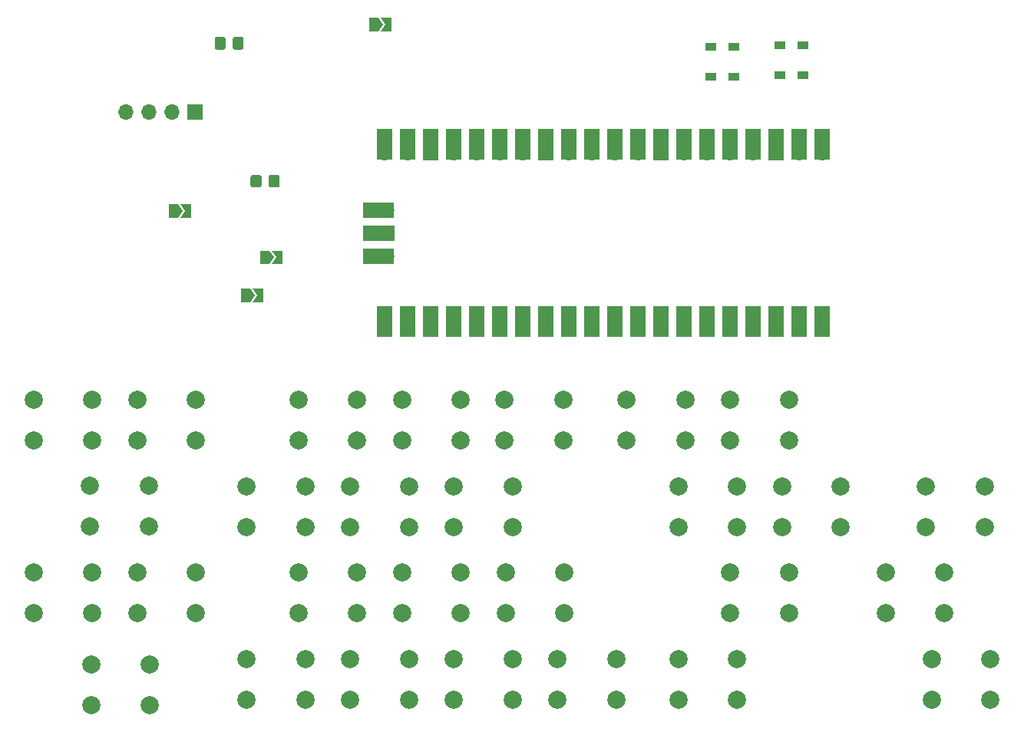
<source format=gbr>
G04 #@! TF.GenerationSoftware,KiCad,Pcbnew,5.1.5+dfsg1-2build2*
G04 #@! TF.CreationDate,2023-12-23T23:04:05+00:00*
G04 #@! TF.ProjectId,small_esc,736d616c-6c5f-4657-9363-2e6b69636164,rev?*
G04 #@! TF.SameCoordinates,Original*
G04 #@! TF.FileFunction,Copper,L1,Top*
G04 #@! TF.FilePolarity,Positive*
%FSLAX46Y46*%
G04 Gerber Fmt 4.6, Leading zero omitted, Abs format (unit mm)*
G04 Created by KiCad (PCBNEW 5.1.5+dfsg1-2build2) date 2023-12-23 23:04:05*
%MOMM*%
%LPD*%
G04 APERTURE LIST*
%ADD10C,0.100000*%
%ADD11C,2.000000*%
%ADD12O,1.700000X1.700000*%
%ADD13R,3.500000X1.700000*%
%ADD14R,1.700000X1.700000*%
%ADD15R,1.700000X3.500000*%
%ADD16R,1.200000X0.900000*%
G04 APERTURE END LIST*
G04 #@! TA.AperFunction,SMDPad,CuDef*
D10*
G36*
X136144505Y-144071204D02*
G01*
X136168773Y-144074804D01*
X136192572Y-144080765D01*
X136215671Y-144089030D01*
X136237850Y-144099520D01*
X136258893Y-144112132D01*
X136278599Y-144126747D01*
X136296777Y-144143223D01*
X136313253Y-144161401D01*
X136327868Y-144181107D01*
X136340480Y-144202150D01*
X136350970Y-144224329D01*
X136359235Y-144247428D01*
X136365196Y-144271227D01*
X136368796Y-144295495D01*
X136370000Y-144319999D01*
X136370000Y-145220001D01*
X136368796Y-145244505D01*
X136365196Y-145268773D01*
X136359235Y-145292572D01*
X136350970Y-145315671D01*
X136340480Y-145337850D01*
X136327868Y-145358893D01*
X136313253Y-145378599D01*
X136296777Y-145396777D01*
X136278599Y-145413253D01*
X136258893Y-145427868D01*
X136237850Y-145440480D01*
X136215671Y-145450970D01*
X136192572Y-145459235D01*
X136168773Y-145465196D01*
X136144505Y-145468796D01*
X136120001Y-145470000D01*
X135419999Y-145470000D01*
X135395495Y-145468796D01*
X135371227Y-145465196D01*
X135347428Y-145459235D01*
X135324329Y-145450970D01*
X135302150Y-145440480D01*
X135281107Y-145427868D01*
X135261401Y-145413253D01*
X135243223Y-145396777D01*
X135226747Y-145378599D01*
X135212132Y-145358893D01*
X135199520Y-145337850D01*
X135189030Y-145315671D01*
X135180765Y-145292572D01*
X135174804Y-145268773D01*
X135171204Y-145244505D01*
X135170000Y-145220001D01*
X135170000Y-144319999D01*
X135171204Y-144295495D01*
X135174804Y-144271227D01*
X135180765Y-144247428D01*
X135189030Y-144224329D01*
X135199520Y-144202150D01*
X135212132Y-144181107D01*
X135226747Y-144161401D01*
X135243223Y-144143223D01*
X135261401Y-144126747D01*
X135281107Y-144112132D01*
X135302150Y-144099520D01*
X135324329Y-144089030D01*
X135347428Y-144080765D01*
X135371227Y-144074804D01*
X135395495Y-144071204D01*
X135419999Y-144070000D01*
X136120001Y-144070000D01*
X136144505Y-144071204D01*
G37*
G04 #@! TD.AperFunction*
G04 #@! TA.AperFunction,SMDPad,CuDef*
G36*
X134144505Y-144071204D02*
G01*
X134168773Y-144074804D01*
X134192572Y-144080765D01*
X134215671Y-144089030D01*
X134237850Y-144099520D01*
X134258893Y-144112132D01*
X134278599Y-144126747D01*
X134296777Y-144143223D01*
X134313253Y-144161401D01*
X134327868Y-144181107D01*
X134340480Y-144202150D01*
X134350970Y-144224329D01*
X134359235Y-144247428D01*
X134365196Y-144271227D01*
X134368796Y-144295495D01*
X134370000Y-144319999D01*
X134370000Y-145220001D01*
X134368796Y-145244505D01*
X134365196Y-145268773D01*
X134359235Y-145292572D01*
X134350970Y-145315671D01*
X134340480Y-145337850D01*
X134327868Y-145358893D01*
X134313253Y-145378599D01*
X134296777Y-145396777D01*
X134278599Y-145413253D01*
X134258893Y-145427868D01*
X134237850Y-145440480D01*
X134215671Y-145450970D01*
X134192572Y-145459235D01*
X134168773Y-145465196D01*
X134144505Y-145468796D01*
X134120001Y-145470000D01*
X133419999Y-145470000D01*
X133395495Y-145468796D01*
X133371227Y-145465196D01*
X133347428Y-145459235D01*
X133324329Y-145450970D01*
X133302150Y-145440480D01*
X133281107Y-145427868D01*
X133261401Y-145413253D01*
X133243223Y-145396777D01*
X133226747Y-145378599D01*
X133212132Y-145358893D01*
X133199520Y-145337850D01*
X133189030Y-145315671D01*
X133180765Y-145292572D01*
X133174804Y-145268773D01*
X133171204Y-145244505D01*
X133170000Y-145220001D01*
X133170000Y-144319999D01*
X133171204Y-144295495D01*
X133174804Y-144271227D01*
X133180765Y-144247428D01*
X133189030Y-144224329D01*
X133199520Y-144202150D01*
X133212132Y-144181107D01*
X133226747Y-144161401D01*
X133243223Y-144143223D01*
X133261401Y-144126747D01*
X133281107Y-144112132D01*
X133302150Y-144099520D01*
X133324329Y-144089030D01*
X133347428Y-144080765D01*
X133371227Y-144074804D01*
X133395495Y-144071204D01*
X133419999Y-144070000D01*
X134120001Y-144070000D01*
X134144505Y-144071204D01*
G37*
G04 #@! TD.AperFunction*
G04 #@! TA.AperFunction,SMDPad,CuDef*
G36*
X132184505Y-128841204D02*
G01*
X132208773Y-128844804D01*
X132232572Y-128850765D01*
X132255671Y-128859030D01*
X132277850Y-128869520D01*
X132298893Y-128882132D01*
X132318599Y-128896747D01*
X132336777Y-128913223D01*
X132353253Y-128931401D01*
X132367868Y-128951107D01*
X132380480Y-128972150D01*
X132390970Y-128994329D01*
X132399235Y-129017428D01*
X132405196Y-129041227D01*
X132408796Y-129065495D01*
X132410000Y-129089999D01*
X132410000Y-129990001D01*
X132408796Y-130014505D01*
X132405196Y-130038773D01*
X132399235Y-130062572D01*
X132390970Y-130085671D01*
X132380480Y-130107850D01*
X132367868Y-130128893D01*
X132353253Y-130148599D01*
X132336777Y-130166777D01*
X132318599Y-130183253D01*
X132298893Y-130197868D01*
X132277850Y-130210480D01*
X132255671Y-130220970D01*
X132232572Y-130229235D01*
X132208773Y-130235196D01*
X132184505Y-130238796D01*
X132160001Y-130240000D01*
X131459999Y-130240000D01*
X131435495Y-130238796D01*
X131411227Y-130235196D01*
X131387428Y-130229235D01*
X131364329Y-130220970D01*
X131342150Y-130210480D01*
X131321107Y-130197868D01*
X131301401Y-130183253D01*
X131283223Y-130166777D01*
X131266747Y-130148599D01*
X131252132Y-130128893D01*
X131239520Y-130107850D01*
X131229030Y-130085671D01*
X131220765Y-130062572D01*
X131214804Y-130038773D01*
X131211204Y-130014505D01*
X131210000Y-129990001D01*
X131210000Y-129089999D01*
X131211204Y-129065495D01*
X131214804Y-129041227D01*
X131220765Y-129017428D01*
X131229030Y-128994329D01*
X131239520Y-128972150D01*
X131252132Y-128951107D01*
X131266747Y-128931401D01*
X131283223Y-128913223D01*
X131301401Y-128896747D01*
X131321107Y-128882132D01*
X131342150Y-128869520D01*
X131364329Y-128859030D01*
X131387428Y-128850765D01*
X131411227Y-128844804D01*
X131435495Y-128841204D01*
X131459999Y-128840000D01*
X132160001Y-128840000D01*
X132184505Y-128841204D01*
G37*
G04 #@! TD.AperFunction*
G04 #@! TA.AperFunction,SMDPad,CuDef*
G36*
X130184505Y-128841204D02*
G01*
X130208773Y-128844804D01*
X130232572Y-128850765D01*
X130255671Y-128859030D01*
X130277850Y-128869520D01*
X130298893Y-128882132D01*
X130318599Y-128896747D01*
X130336777Y-128913223D01*
X130353253Y-128931401D01*
X130367868Y-128951107D01*
X130380480Y-128972150D01*
X130390970Y-128994329D01*
X130399235Y-129017428D01*
X130405196Y-129041227D01*
X130408796Y-129065495D01*
X130410000Y-129089999D01*
X130410000Y-129990001D01*
X130408796Y-130014505D01*
X130405196Y-130038773D01*
X130399235Y-130062572D01*
X130390970Y-130085671D01*
X130380480Y-130107850D01*
X130367868Y-130128893D01*
X130353253Y-130148599D01*
X130336777Y-130166777D01*
X130318599Y-130183253D01*
X130298893Y-130197868D01*
X130277850Y-130210480D01*
X130255671Y-130220970D01*
X130232572Y-130229235D01*
X130208773Y-130235196D01*
X130184505Y-130238796D01*
X130160001Y-130240000D01*
X129459999Y-130240000D01*
X129435495Y-130238796D01*
X129411227Y-130235196D01*
X129387428Y-130229235D01*
X129364329Y-130220970D01*
X129342150Y-130210480D01*
X129321107Y-130197868D01*
X129301401Y-130183253D01*
X129283223Y-130166777D01*
X129266747Y-130148599D01*
X129252132Y-130128893D01*
X129239520Y-130107850D01*
X129229030Y-130085671D01*
X129220765Y-130062572D01*
X129214804Y-130038773D01*
X129211204Y-130014505D01*
X129210000Y-129990001D01*
X129210000Y-129089999D01*
X129211204Y-129065495D01*
X129214804Y-129041227D01*
X129220765Y-129017428D01*
X129229030Y-128994329D01*
X129239520Y-128972150D01*
X129252132Y-128951107D01*
X129266747Y-128931401D01*
X129283223Y-128913223D01*
X129301401Y-128896747D01*
X129321107Y-128882132D01*
X129342150Y-128869520D01*
X129364329Y-128859030D01*
X129387428Y-128850765D01*
X129411227Y-128844804D01*
X129435495Y-128841204D01*
X129459999Y-128840000D01*
X130160001Y-128840000D01*
X130184505Y-128841204D01*
G37*
G04 #@! TD.AperFunction*
D11*
X214780000Y-197485000D03*
X214780000Y-201985000D03*
X208280000Y-197485000D03*
X208280000Y-201985000D03*
X209700000Y-187960000D03*
X209700000Y-192460000D03*
X203200000Y-187960000D03*
X203200000Y-192460000D03*
X214145000Y-178435000D03*
X214145000Y-182935000D03*
X207645000Y-178435000D03*
X207645000Y-182935000D03*
X198270000Y-178435000D03*
X198270000Y-182935000D03*
X191770000Y-178435000D03*
X191770000Y-182935000D03*
X192555000Y-168910000D03*
X192555000Y-173410000D03*
X186055000Y-168910000D03*
X186055000Y-173410000D03*
X186840000Y-197485000D03*
X186840000Y-201985000D03*
X180340000Y-197485000D03*
X180340000Y-201985000D03*
X192555000Y-187960000D03*
X192555000Y-192460000D03*
X186055000Y-187960000D03*
X186055000Y-192460000D03*
X186840000Y-178435000D03*
X186840000Y-182935000D03*
X180340000Y-178435000D03*
X180340000Y-182935000D03*
X181125000Y-168910000D03*
X181125000Y-173410000D03*
X174625000Y-168910000D03*
X174625000Y-173410000D03*
X173505000Y-197485000D03*
X173505000Y-201985000D03*
X167005000Y-197485000D03*
X167005000Y-201985000D03*
X162075000Y-197485000D03*
X162075000Y-201985000D03*
X155575000Y-197485000D03*
X155575000Y-201985000D03*
X150645000Y-197485000D03*
X150645000Y-201985000D03*
X144145000Y-197485000D03*
X144145000Y-201985000D03*
X139215000Y-197485000D03*
X139215000Y-201985000D03*
X132715000Y-197485000D03*
X132715000Y-201985000D03*
X167790000Y-187960000D03*
X167790000Y-192460000D03*
X161290000Y-187960000D03*
X161290000Y-192460000D03*
X156360000Y-187960000D03*
X156360000Y-192460000D03*
X149860000Y-187960000D03*
X149860000Y-192460000D03*
X144930000Y-187960000D03*
X144930000Y-192460000D03*
X138430000Y-187960000D03*
X138430000Y-192460000D03*
X162075000Y-178435000D03*
X162075000Y-182935000D03*
X155575000Y-178435000D03*
X155575000Y-182935000D03*
X150645000Y-178435000D03*
X150645000Y-182935000D03*
X144145000Y-178435000D03*
X144145000Y-182935000D03*
X139215000Y-178435000D03*
X139215000Y-182935000D03*
X132715000Y-178435000D03*
X132715000Y-182935000D03*
X167640000Y-168910000D03*
X167640000Y-173410000D03*
X161140000Y-168910000D03*
X161140000Y-173410000D03*
X156360000Y-168910000D03*
X156360000Y-173410000D03*
X149860000Y-168910000D03*
X149860000Y-173410000D03*
X144930000Y-168910000D03*
X144930000Y-173410000D03*
X138430000Y-168910000D03*
X138430000Y-173410000D03*
X122070000Y-198120000D03*
X122070000Y-202620000D03*
X115570000Y-198120000D03*
X115570000Y-202620000D03*
X115720000Y-187960000D03*
X115720000Y-192460000D03*
X109220000Y-187960000D03*
X109220000Y-192460000D03*
X127150000Y-187960000D03*
X127150000Y-192460000D03*
X120650000Y-187960000D03*
X120650000Y-192460000D03*
X121920000Y-178380000D03*
X121920000Y-182880000D03*
X115420000Y-178380000D03*
X115420000Y-182880000D03*
X127150000Y-168910000D03*
X127150000Y-173410000D03*
X120650000Y-168910000D03*
X120650000Y-173410000D03*
X115720000Y-168910000D03*
X115720000Y-173410000D03*
X109220000Y-168910000D03*
X109220000Y-173410000D03*
D12*
X148185000Y-153035000D03*
D13*
X147285000Y-153035000D03*
D14*
X148185000Y-150495000D03*
D13*
X147285000Y-150495000D03*
D12*
X148185000Y-147955000D03*
D13*
X147285000Y-147955000D03*
D15*
X147955000Y-160285000D03*
X150495000Y-160285000D03*
X153035000Y-160285000D03*
X155575000Y-160285000D03*
X158115000Y-160285000D03*
X160655000Y-160285000D03*
X163195000Y-160285000D03*
X165735000Y-160285000D03*
X168275000Y-160285000D03*
X170815000Y-160285000D03*
X173355000Y-160285000D03*
X175895000Y-160285000D03*
X178435000Y-160285000D03*
X180975000Y-160285000D03*
X183515000Y-160285000D03*
X186055000Y-160285000D03*
X188595000Y-160285000D03*
X191135000Y-160285000D03*
X193675000Y-160285000D03*
X196215000Y-160285000D03*
X147955000Y-140705000D03*
X150495000Y-140705000D03*
X153035000Y-140705000D03*
X155575000Y-140705000D03*
X158115000Y-140705000D03*
X160655000Y-140705000D03*
X163195000Y-140705000D03*
X165735000Y-140705000D03*
X168275000Y-140705000D03*
X170815000Y-140705000D03*
X173355000Y-140705000D03*
X175895000Y-140705000D03*
X178435000Y-140705000D03*
X180975000Y-140705000D03*
X183515000Y-140705000D03*
X186055000Y-140705000D03*
X188595000Y-140705000D03*
X191135000Y-140705000D03*
X193675000Y-140705000D03*
X196215000Y-140705000D03*
D12*
X196215000Y-159385000D03*
X193675000Y-159385000D03*
D14*
X191135000Y-159385000D03*
D12*
X188595000Y-159385000D03*
X186055000Y-159385000D03*
X183515000Y-159385000D03*
X180975000Y-159385000D03*
D14*
X178435000Y-159385000D03*
D12*
X175895000Y-159385000D03*
X173355000Y-159385000D03*
X170815000Y-159385000D03*
X168275000Y-159385000D03*
D14*
X165735000Y-159385000D03*
D12*
X163195000Y-159385000D03*
X160655000Y-159385000D03*
X158115000Y-159385000D03*
X155575000Y-159385000D03*
D14*
X153035000Y-159385000D03*
D12*
X150495000Y-159385000D03*
X147955000Y-159385000D03*
X147955000Y-141605000D03*
X150495000Y-141605000D03*
D14*
X153035000Y-141605000D03*
D12*
X155575000Y-141605000D03*
X158115000Y-141605000D03*
X160655000Y-141605000D03*
X163195000Y-141605000D03*
D14*
X165735000Y-141605000D03*
D12*
X168275000Y-141605000D03*
X170815000Y-141605000D03*
X173355000Y-141605000D03*
X175895000Y-141605000D03*
D14*
X178435000Y-141605000D03*
D12*
X180975000Y-141605000D03*
X183515000Y-141605000D03*
X186055000Y-141605000D03*
X188595000Y-141605000D03*
D14*
X191135000Y-141605000D03*
D12*
X193675000Y-141605000D03*
X196215000Y-141605000D03*
G04 #@! TA.AperFunction,SMDPad,CuDef*
D10*
G36*
X133620000Y-157370000D02*
G01*
X133120000Y-158120000D01*
X132120000Y-158120000D01*
X132120000Y-156620000D01*
X133120000Y-156620000D01*
X133620000Y-157370000D01*
G37*
G04 #@! TD.AperFunction*
G04 #@! TA.AperFunction,SMDPad,CuDef*
G36*
X134570000Y-158120000D02*
G01*
X133420000Y-158120000D01*
X133920000Y-157370000D01*
X133420000Y-156620000D01*
X134570000Y-156620000D01*
X134570000Y-158120000D01*
G37*
G04 #@! TD.AperFunction*
G04 #@! TA.AperFunction,SMDPad,CuDef*
G36*
X147760001Y-127465001D02*
G01*
X147260001Y-128215001D01*
X146260001Y-128215001D01*
X146260001Y-126715001D01*
X147260001Y-126715001D01*
X147760001Y-127465001D01*
G37*
G04 #@! TD.AperFunction*
G04 #@! TA.AperFunction,SMDPad,CuDef*
G36*
X148710001Y-128215001D02*
G01*
X147560001Y-128215001D01*
X148060001Y-127465001D01*
X147560001Y-126715001D01*
X148710001Y-126715001D01*
X148710001Y-128215001D01*
G37*
G04 #@! TD.AperFunction*
G04 #@! TA.AperFunction,SMDPad,CuDef*
G36*
X125645000Y-148070000D02*
G01*
X125145000Y-148820000D01*
X124145000Y-148820000D01*
X124145000Y-147320000D01*
X125145000Y-147320000D01*
X125645000Y-148070000D01*
G37*
G04 #@! TD.AperFunction*
G04 #@! TA.AperFunction,SMDPad,CuDef*
G36*
X126595000Y-148820000D02*
G01*
X125445000Y-148820000D01*
X125945000Y-148070000D01*
X125445000Y-147320000D01*
X126595000Y-147320000D01*
X126595000Y-148820000D01*
G37*
G04 #@! TD.AperFunction*
G04 #@! TA.AperFunction,SMDPad,CuDef*
G36*
X135720000Y-153170000D02*
G01*
X135220000Y-153920000D01*
X134220000Y-153920000D01*
X134220000Y-152420000D01*
X135220000Y-152420000D01*
X135720000Y-153170000D01*
G37*
G04 #@! TD.AperFunction*
G04 #@! TA.AperFunction,SMDPad,CuDef*
G36*
X136670000Y-153920000D02*
G01*
X135520000Y-153920000D01*
X136020000Y-153170000D01*
X135520000Y-152420000D01*
X136670000Y-152420000D01*
X136670000Y-153920000D01*
G37*
G04 #@! TD.AperFunction*
D12*
X119380000Y-137160000D03*
X121920000Y-137160000D03*
X124460000Y-137160000D03*
D14*
X127000000Y-137160000D03*
D16*
X186436000Y-133222000D03*
X186436000Y-129922000D03*
X194056000Y-133095000D03*
X194056000Y-129795000D03*
X183896000Y-133222000D03*
X183896000Y-129922000D03*
X191516000Y-133095000D03*
X191516000Y-129795000D03*
M02*

</source>
